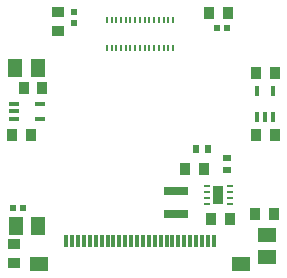
<source format=gtp>
G04*
G04 #@! TF.GenerationSoftware,Altium Limited,Altium Designer,19.1.8 (144)*
G04*
G04 Layer_Color=8421504*
%FSLAX44Y44*%
%MOMM*%
G71*
G01*
G75*
%ADD13R,0.2200X0.5000*%
%ADD14R,0.3500X0.8500*%
%ADD15R,0.8500X0.3500*%
%ADD16R,0.5000X0.2800*%
%ADD17R,0.9000X1.6000*%
%ADD18R,0.9000X1.0000*%
%ADD19R,0.5500X0.6500*%
%ADD20R,2.0000X0.8000*%
%ADD21R,0.6200X0.6200*%
%ADD22R,0.3000X1.0000*%
%ADD23R,1.6500X1.3000*%
%ADD24R,1.3000X1.5000*%
%ADD25R,0.6500X0.5500*%
%ADD26R,1.5000X1.3000*%
%ADD27R,1.0000X0.9000*%
%ADD28R,0.6200X0.6200*%
D13*
X28001Y103309D02*
D03*
X24001D02*
D03*
X20001D02*
D03*
X16001D02*
D03*
X4001D02*
D03*
X1D02*
D03*
X-3999D02*
D03*
X-7999D02*
D03*
X-11999D02*
D03*
X-15999D02*
D03*
X-19999D02*
D03*
X-23999D02*
D03*
X-27999D02*
D03*
Y79309D02*
D03*
X-23999D02*
D03*
X-19999D02*
D03*
X-15999D02*
D03*
X-11999D02*
D03*
X-7999D02*
D03*
X-3999D02*
D03*
X1D02*
D03*
X4001D02*
D03*
X8001D02*
D03*
X12001D02*
D03*
X16001D02*
D03*
X20001D02*
D03*
X24001D02*
D03*
X28001D02*
D03*
X12001Y103309D02*
D03*
X8001D02*
D03*
D14*
X112320Y42849D02*
D03*
Y20849D02*
D03*
X99320Y42849D02*
D03*
Y20849D02*
D03*
X105820D02*
D03*
D15*
X-106504Y25726D02*
D03*
Y32226D02*
D03*
X-84504D02*
D03*
X-106504Y19225D02*
D03*
X-84504D02*
D03*
D16*
X56945Y-37400D02*
D03*
Y-42400D02*
D03*
Y-47400D02*
D03*
Y-52400D02*
D03*
X75945Y-37400D02*
D03*
Y-42400D02*
D03*
Y-47400D02*
D03*
Y-52400D02*
D03*
D17*
X66445Y-44900D02*
D03*
D18*
X113500Y-61250D02*
D03*
X97500D02*
D03*
X38000Y-23500D02*
D03*
X54000D02*
D03*
X60250Y-65500D02*
D03*
X76250D02*
D03*
X98250Y58154D02*
D03*
X114250D02*
D03*
X98250Y5654D02*
D03*
X114250D02*
D03*
X-82504Y45725D02*
D03*
X-98504D02*
D03*
X58362Y109060D02*
D03*
X74362D02*
D03*
X-108160Y5997D02*
D03*
X-92160D02*
D03*
D19*
X47367Y-6428D02*
D03*
X57367D02*
D03*
D20*
X30250Y-41500D02*
D03*
Y-61500D02*
D03*
D21*
X65164Y96360D02*
D03*
X74164D02*
D03*
X-107750Y-55750D02*
D03*
X-98750D02*
D03*
D22*
X-57406Y-84280D02*
D03*
X-47406D02*
D03*
X-52406D02*
D03*
X-37406D02*
D03*
X-27406D02*
D03*
X-32406D02*
D03*
X-17406D02*
D03*
X-12406D02*
D03*
X-7406D02*
D03*
X7594D02*
D03*
X17594D02*
D03*
X12594D02*
D03*
X27594D02*
D03*
X37594D02*
D03*
X32594D02*
D03*
X47594D02*
D03*
X57594D02*
D03*
X52594D02*
D03*
X-62406D02*
D03*
X-42406D02*
D03*
X-22406D02*
D03*
X-2406D02*
D03*
X2594D02*
D03*
X22594D02*
D03*
X42594D02*
D03*
X62594D02*
D03*
D23*
X85344Y-103280D02*
D03*
X-85156D02*
D03*
D24*
X-86000Y-71500D02*
D03*
X-105000D02*
D03*
X-86596Y62484D02*
D03*
X-105596D02*
D03*
D25*
X73406Y-14121D02*
D03*
Y-24121D02*
D03*
D26*
X107250Y-97750D02*
D03*
Y-78750D02*
D03*
D27*
X-106750Y-87000D02*
D03*
Y-103000D02*
D03*
X-68974Y93961D02*
D03*
Y109961D02*
D03*
D28*
X-56020Y100866D02*
D03*
Y109866D02*
D03*
M02*

</source>
